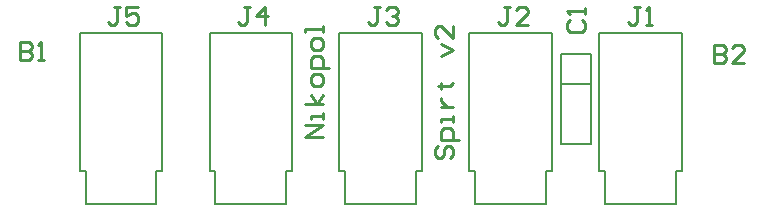
<source format=gto>
%FSLAX24Y24*%
%MOIN*%
G70*
G01*
G75*
G04 Layer_Color=65535*
%ADD10C,0.0197*%
%ADD11R,0.0709X0.0709*%
%ADD12C,0.0709*%
%ADD13C,0.0984*%
%ADD14C,0.1063*%
%ADD15C,0.0079*%
%ADD16C,0.0050*%
%ADD17C,0.0100*%
D15*
X18807Y907D02*
Y3907D01*
Y907D02*
X19807D01*
Y3907D01*
X18807D02*
X19807D01*
X18807Y2907D02*
X19807D01*
D16*
X20082Y-3D02*
X20279D01*
X22838D02*
Y4609D01*
X20082Y-3D02*
Y4609D01*
X22838D01*
X22641Y-3D02*
X22838D01*
X22641Y-1100D02*
Y-3D01*
X20279Y-1100D02*
X22641D01*
X20279D02*
Y-3D01*
X15751D02*
X15948D01*
X18507D02*
Y4609D01*
X15751Y-3D02*
Y4609D01*
X18507D01*
X18310Y-3D02*
X18507D01*
X18310Y-1100D02*
Y-3D01*
X15948Y-1100D02*
X18310D01*
X15948D02*
Y-3D01*
X11421D02*
X11617D01*
X14176D02*
Y4609D01*
X11421Y-3D02*
Y4609D01*
X14176D01*
X13980Y-3D02*
X14176D01*
X13980Y-1100D02*
Y-3D01*
X11617Y-1100D02*
X13980D01*
X11617D02*
Y-3D01*
X7090D02*
X7287D01*
X9846D02*
Y4609D01*
X7090Y-3D02*
Y4609D01*
X9846D01*
X9649Y-3D02*
X9846D01*
X9649Y-1100D02*
Y-3D01*
X7287Y-1100D02*
X9649D01*
X7287D02*
Y-3D01*
X2759D02*
X2956D01*
X5515D02*
Y4609D01*
X2759Y-3D02*
Y4609D01*
X5515D01*
X5318Y-3D02*
X5515D01*
X5318Y-1100D02*
Y-3D01*
X2956Y-1100D02*
X5318D01*
X2956D02*
Y-3D01*
D17*
X4107Y5487D02*
X3907D01*
X4007D01*
Y4987D01*
X3907Y4887D01*
X3807D01*
X3707Y4987D01*
X4707Y5487D02*
X4307D01*
Y5187D01*
X4507Y5287D01*
X4607D01*
X4707Y5187D01*
Y4987D01*
X4607Y4887D01*
X4407D01*
X4307Y4987D01*
X8437Y5487D02*
X8237D01*
X8337D01*
Y4987D01*
X8237Y4887D01*
X8137D01*
X8037Y4987D01*
X8937Y4887D02*
Y5487D01*
X8637Y5187D01*
X9037D01*
X12767Y5487D02*
X12567D01*
X12667D01*
Y4987D01*
X12567Y4887D01*
X12467D01*
X12367Y4987D01*
X12967Y5387D02*
X13067Y5487D01*
X13267D01*
X13367Y5387D01*
Y5287D01*
X13267Y5187D01*
X13167D01*
X13267D01*
X13367Y5087D01*
Y4987D01*
X13267Y4887D01*
X13067D01*
X12967Y4987D01*
X17097Y5487D02*
X16897D01*
X16997D01*
Y4987D01*
X16897Y4887D01*
X16797D01*
X16697Y4987D01*
X17697Y4887D02*
X17297D01*
X17697Y5287D01*
Y5387D01*
X17597Y5487D01*
X17397D01*
X17297Y5387D01*
X21427Y5487D02*
X21227D01*
X21327D01*
Y4987D01*
X21227Y4887D01*
X21127D01*
X21027Y4987D01*
X21627Y4887D02*
X21827D01*
X21727D01*
Y5487D01*
X21627Y5387D01*
X19108Y5057D02*
X19008Y4957D01*
Y4757D01*
X19108Y4657D01*
X19508D01*
X19607Y4757D01*
Y4957D01*
X19508Y5057D01*
X19607Y5257D02*
Y5457D01*
Y5357D01*
X19008D01*
X19108Y5257D01*
X23912Y4202D02*
Y3602D01*
X24212D01*
X24312Y3702D01*
Y3802D01*
X24212Y3902D01*
X23912D01*
X24212D01*
X24312Y4002D01*
Y4102D01*
X24212Y4202D01*
X23912D01*
X24912Y3602D02*
X24512D01*
X24912Y4002D01*
Y4102D01*
X24812Y4202D01*
X24612D01*
X24512Y4102D01*
X762Y4302D02*
Y3702D01*
X1062D01*
X1162Y3802D01*
Y3902D01*
X1062Y4002D01*
X762D01*
X1062D01*
X1162Y4102D01*
Y4202D01*
X1062Y4302D01*
X762D01*
X1362Y3702D02*
X1562D01*
X1462D01*
Y4302D01*
X1362Y4202D01*
X14708Y857D02*
X14608Y757D01*
Y557D01*
X14708Y457D01*
X14808D01*
X14908Y557D01*
Y757D01*
X15008Y857D01*
X15108D01*
X15207Y757D01*
Y557D01*
X15108Y457D01*
X15407Y1057D02*
X14808D01*
Y1357D01*
X14908Y1457D01*
X15108D01*
X15207Y1357D01*
Y1057D01*
Y1657D02*
Y1857D01*
Y1757D01*
X14808D01*
Y1657D01*
Y2157D02*
X15207D01*
X15008D01*
X14908Y2257D01*
X14808Y2357D01*
Y2457D01*
X14708Y2857D02*
X14808D01*
Y2757D01*
Y2957D01*
Y2857D01*
X15108D01*
X15207Y2957D01*
X14808Y3856D02*
X15207Y4056D01*
X14808Y4256D01*
X15207Y4856D02*
Y4456D01*
X14808Y4856D01*
X14708D01*
X14608Y4756D01*
Y4556D01*
X14708Y4456D01*
X10857Y1157D02*
X10258D01*
X10857Y1557D01*
X10258D01*
X10857Y1757D02*
Y1957D01*
Y1857D01*
X10458D01*
Y1757D01*
X10857Y2257D02*
X10258D01*
X10658D02*
X10458Y2557D01*
X10658Y2257D02*
X10857Y2557D01*
Y2957D02*
Y3157D01*
X10758Y3257D01*
X10558D01*
X10458Y3157D01*
Y2957D01*
X10558Y2857D01*
X10758D01*
X10857Y2957D01*
X11057Y3457D02*
X10458D01*
Y3756D01*
X10558Y3856D01*
X10758D01*
X10857Y3756D01*
Y3457D01*
Y4156D02*
Y4356D01*
X10758Y4456D01*
X10558D01*
X10458Y4356D01*
Y4156D01*
X10558Y4056D01*
X10758D01*
X10857Y4156D01*
Y4656D02*
Y4856D01*
Y4756D01*
X10258D01*
Y4656D01*
M02*

</source>
